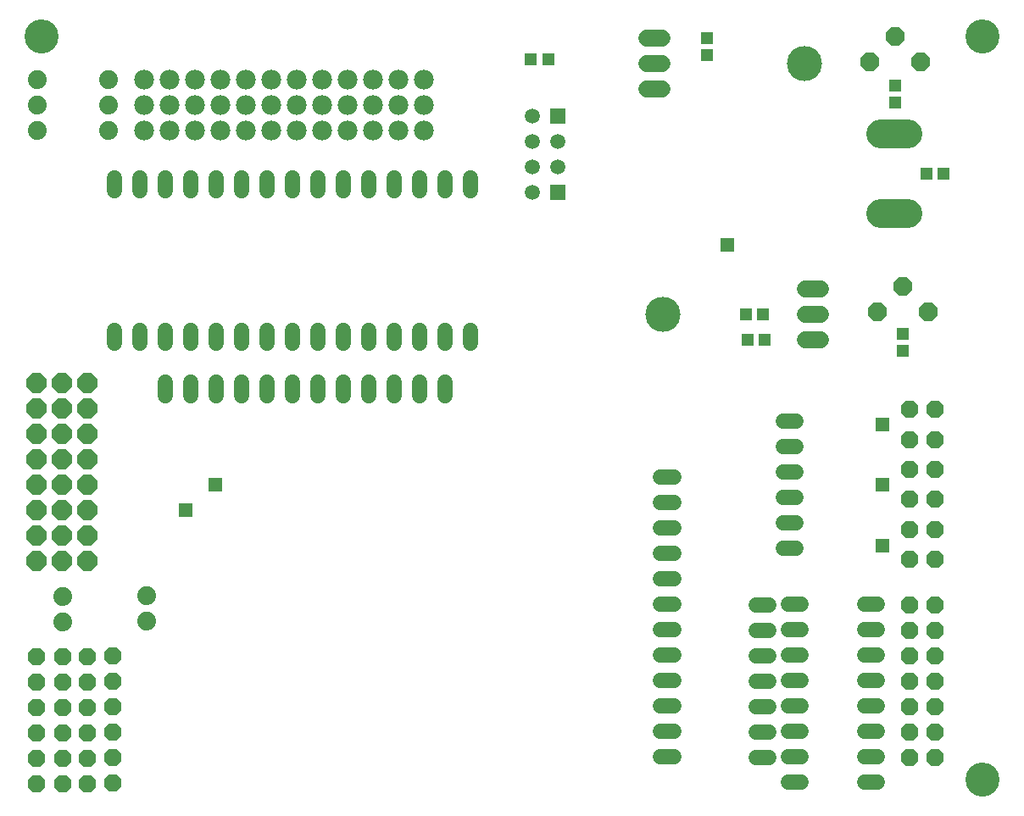
<source format=gbs>
G75*
%MOIN*%
%OFA0B0*%
%FSLAX25Y25*%
%IPPOS*%
%LPD*%
%AMOC8*
5,1,8,0,0,1.08239X$1,22.5*
%
%ADD10C,0.13398*%
%ADD11C,0.06000*%
%ADD12OC8,0.07800*%
%ADD13C,0.07800*%
%ADD14C,0.07400*%
%ADD15R,0.04737X0.05131*%
%ADD16R,0.05131X0.04737*%
%ADD17OC8,0.06800*%
%ADD18C,0.05950*%
%ADD19C,0.11430*%
%ADD20OC8,0.07400*%
%ADD21R,0.05950X0.05950*%
%ADD22C,0.05950*%
%ADD23C,0.06800*%
%ADD24C,0.13800*%
%ADD25R,0.05550X0.05550*%
D10*
X0407949Y0014127D03*
X0407949Y0306450D03*
X0037871Y0306450D03*
D11*
X0086581Y0170446D02*
X0086581Y0165246D01*
X0096581Y0165246D02*
X0096581Y0170446D01*
X0106581Y0170446D02*
X0106581Y0165246D01*
X0116581Y0165246D02*
X0116581Y0170446D01*
X0126581Y0170446D02*
X0126581Y0165246D01*
X0136581Y0165246D02*
X0136581Y0170446D01*
X0146581Y0170446D02*
X0146581Y0165246D01*
X0156581Y0165246D02*
X0156581Y0170446D01*
X0166581Y0170446D02*
X0166581Y0165246D01*
X0176581Y0165246D02*
X0176581Y0170446D01*
X0186581Y0170446D02*
X0186581Y0165246D01*
X0196581Y0165246D02*
X0196581Y0170446D01*
X0281334Y0133103D02*
X0286534Y0133103D01*
X0286534Y0123103D02*
X0281334Y0123103D01*
X0281334Y0113103D02*
X0286534Y0113103D01*
X0286534Y0103103D02*
X0281334Y0103103D01*
X0281334Y0093103D02*
X0286534Y0093103D01*
X0286534Y0083103D02*
X0281334Y0083103D01*
X0281334Y0073103D02*
X0286534Y0073103D01*
X0286534Y0063103D02*
X0281334Y0063103D01*
X0281334Y0053103D02*
X0286534Y0053103D01*
X0286534Y0043103D02*
X0281334Y0043103D01*
X0281334Y0033103D02*
X0286534Y0033103D01*
X0286534Y0023103D02*
X0281334Y0023103D01*
X0318814Y0022906D02*
X0324014Y0022906D01*
X0331531Y0023103D02*
X0336731Y0023103D01*
X0336731Y0013103D02*
X0331531Y0013103D01*
X0331531Y0033103D02*
X0336731Y0033103D01*
X0336731Y0043103D02*
X0331531Y0043103D01*
X0324014Y0042906D02*
X0318814Y0042906D01*
X0318814Y0032906D02*
X0324014Y0032906D01*
X0324014Y0052906D02*
X0318814Y0052906D01*
X0318814Y0062906D02*
X0324014Y0062906D01*
X0331531Y0063103D02*
X0336731Y0063103D01*
X0336731Y0073103D02*
X0331531Y0073103D01*
X0324014Y0072906D02*
X0318814Y0072906D01*
X0318814Y0082906D02*
X0324014Y0082906D01*
X0331531Y0083103D02*
X0336731Y0083103D01*
X0361531Y0083103D02*
X0366731Y0083103D01*
X0366731Y0073103D02*
X0361531Y0073103D01*
X0361531Y0063103D02*
X0366731Y0063103D01*
X0366731Y0053103D02*
X0361531Y0053103D01*
X0361531Y0043103D02*
X0366731Y0043103D01*
X0366731Y0033103D02*
X0361531Y0033103D01*
X0361531Y0023103D02*
X0366731Y0023103D01*
X0366731Y0013103D02*
X0361531Y0013103D01*
X0336731Y0053103D02*
X0331531Y0053103D01*
X0329523Y0105111D02*
X0334723Y0105111D01*
X0334723Y0115111D02*
X0329523Y0115111D01*
X0329523Y0125111D02*
X0334723Y0125111D01*
X0334723Y0135111D02*
X0329523Y0135111D01*
X0329523Y0145111D02*
X0334723Y0145111D01*
X0334723Y0155111D02*
X0329523Y0155111D01*
D12*
X0056060Y0160072D03*
X0046060Y0160072D03*
X0036060Y0160072D03*
X0036060Y0150072D03*
X0046060Y0150072D03*
X0056060Y0150072D03*
X0056060Y0140072D03*
X0046060Y0140072D03*
X0036060Y0140072D03*
X0036060Y0130072D03*
X0046060Y0130072D03*
X0056060Y0130072D03*
X0056060Y0120072D03*
X0046060Y0120072D03*
X0036060Y0120072D03*
X0036060Y0110072D03*
X0046060Y0110072D03*
X0056060Y0110072D03*
X0056060Y0100072D03*
X0046060Y0100072D03*
X0036060Y0100072D03*
X0036060Y0170072D03*
X0046060Y0170072D03*
X0056060Y0170072D03*
D13*
X0078146Y0269284D03*
X0088146Y0269284D03*
X0098146Y0269284D03*
X0108146Y0269284D03*
X0118146Y0269284D03*
X0128146Y0269284D03*
X0138146Y0269284D03*
X0148146Y0269284D03*
X0158146Y0269284D03*
X0168146Y0269284D03*
X0178146Y0269284D03*
X0188146Y0269284D03*
X0188146Y0279284D03*
X0178146Y0279284D03*
X0168146Y0279284D03*
X0158146Y0279284D03*
X0148146Y0279284D03*
X0138146Y0279284D03*
X0128146Y0279284D03*
X0118146Y0279284D03*
X0108146Y0279284D03*
X0098146Y0279284D03*
X0088146Y0279284D03*
X0078146Y0279284D03*
X0078146Y0289284D03*
X0088146Y0289284D03*
X0098146Y0289284D03*
X0108146Y0289284D03*
X0118146Y0289284D03*
X0128146Y0289284D03*
X0138146Y0289284D03*
X0148146Y0289284D03*
X0158146Y0289284D03*
X0168146Y0289284D03*
X0178146Y0289284D03*
X0188146Y0289284D03*
D14*
X0064091Y0289402D03*
X0064091Y0279402D03*
X0064091Y0269402D03*
X0036217Y0269324D03*
X0036217Y0279324D03*
X0036217Y0289324D03*
X0046138Y0086056D03*
X0046138Y0076056D03*
X0079209Y0076307D03*
X0079209Y0086307D03*
D15*
X0315509Y0187198D03*
X0322201Y0187198D03*
D16*
X0321729Y0197198D03*
X0315036Y0197198D03*
X0376429Y0189599D03*
X0376429Y0182906D03*
X0385902Y0252316D03*
X0392595Y0252316D03*
X0373501Y0280465D03*
X0373501Y0287158D03*
X0299682Y0299166D03*
X0299682Y0305859D03*
X0237083Y0297591D03*
X0230390Y0297591D03*
D17*
X0035902Y0012552D03*
X0046138Y0012552D03*
X0055981Y0012552D03*
X0066020Y0012749D03*
X0066020Y0022749D03*
X0055981Y0022552D03*
X0046138Y0022552D03*
X0035902Y0022552D03*
X0035902Y0032552D03*
X0046138Y0032552D03*
X0055981Y0032552D03*
X0066020Y0032749D03*
X0066020Y0042749D03*
X0055981Y0042552D03*
X0046138Y0042552D03*
X0035902Y0042552D03*
X0035902Y0052552D03*
X0035902Y0062552D03*
X0046138Y0062552D03*
X0055981Y0062552D03*
X0055981Y0052552D03*
X0046138Y0052552D03*
X0066020Y0052749D03*
X0066020Y0062749D03*
X0379131Y0062828D03*
X0379131Y0072828D03*
X0389131Y0072828D03*
X0389131Y0062828D03*
X0389131Y0052828D03*
X0379131Y0052828D03*
X0379131Y0042828D03*
X0389131Y0042828D03*
X0389131Y0032828D03*
X0379131Y0032828D03*
X0379131Y0022828D03*
X0389131Y0022828D03*
X0389131Y0082828D03*
X0379131Y0082828D03*
X0379327Y0100662D03*
X0389327Y0100662D03*
X0389327Y0112473D03*
X0379327Y0112473D03*
X0379327Y0124284D03*
X0389327Y0124284D03*
X0389327Y0136095D03*
X0379327Y0136095D03*
X0379327Y0147906D03*
X0389327Y0147906D03*
X0389327Y0159717D03*
X0379327Y0159717D03*
D18*
X0206611Y0185646D02*
X0206611Y0190796D01*
X0196611Y0190796D02*
X0196611Y0185646D01*
X0186611Y0185646D02*
X0186611Y0190796D01*
X0176611Y0190796D02*
X0176611Y0185646D01*
X0166611Y0185646D02*
X0166611Y0190796D01*
X0156611Y0190796D02*
X0156611Y0185646D01*
X0146611Y0185646D02*
X0146611Y0190796D01*
X0136611Y0190796D02*
X0136611Y0185646D01*
X0126611Y0185646D02*
X0126611Y0190796D01*
X0116611Y0190796D02*
X0116611Y0185646D01*
X0106611Y0185646D02*
X0106611Y0190796D01*
X0096611Y0190796D02*
X0096611Y0185646D01*
X0086611Y0185646D02*
X0086611Y0190796D01*
X0076611Y0190796D02*
X0076611Y0185646D01*
X0066611Y0185646D02*
X0066611Y0190796D01*
X0066611Y0245646D02*
X0066611Y0250796D01*
X0076611Y0250796D02*
X0076611Y0245646D01*
X0086611Y0245646D02*
X0086611Y0250796D01*
X0096611Y0250796D02*
X0096611Y0245646D01*
X0106611Y0245646D02*
X0106611Y0250796D01*
X0116611Y0250796D02*
X0116611Y0245646D01*
X0126611Y0245646D02*
X0126611Y0250796D01*
X0136611Y0250796D02*
X0136611Y0245646D01*
X0146611Y0245646D02*
X0146611Y0250796D01*
X0156611Y0250796D02*
X0156611Y0245646D01*
X0166611Y0245646D02*
X0166611Y0250796D01*
X0176611Y0250796D02*
X0176611Y0245646D01*
X0186611Y0245646D02*
X0186611Y0250796D01*
X0196611Y0250796D02*
X0196611Y0245646D01*
X0206611Y0245646D02*
X0206611Y0250796D01*
D19*
X0367949Y0236883D02*
X0378579Y0236883D01*
X0378579Y0267985D02*
X0367949Y0267985D01*
D20*
X0363501Y0296607D03*
X0373501Y0306607D03*
X0383501Y0296607D03*
X0376453Y0208182D03*
X0366453Y0198182D03*
X0386453Y0198182D03*
D21*
X0241070Y0245249D03*
X0241070Y0275249D03*
D22*
X0241070Y0265249D03*
X0231070Y0265249D03*
X0231070Y0275249D03*
X0231070Y0255249D03*
X0241070Y0255249D03*
X0231070Y0245249D03*
D23*
X0275776Y0285623D02*
X0281776Y0285623D01*
X0281776Y0295623D02*
X0275776Y0295623D01*
X0275776Y0305623D02*
X0281776Y0305623D01*
X0338257Y0207198D02*
X0344257Y0207198D01*
X0344257Y0197198D02*
X0338257Y0197198D01*
X0338257Y0187198D02*
X0344257Y0187198D01*
D24*
X0282257Y0197198D03*
X0337776Y0295623D03*
D25*
X0307676Y0224478D03*
X0368579Y0153891D03*
X0368579Y0130269D03*
X0368422Y0106174D03*
X0106305Y0130072D03*
X0094460Y0120060D03*
M02*

</source>
